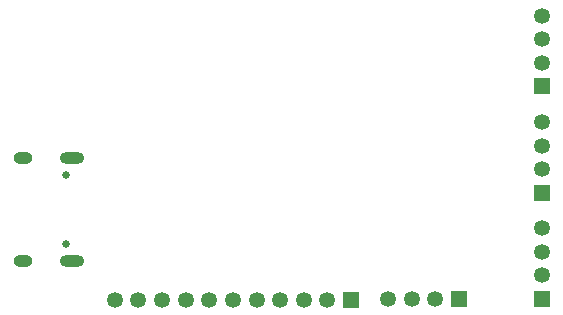
<source format=gbr>
%TF.GenerationSoftware,KiCad,Pcbnew,9.0.1*%
%TF.CreationDate,2025-07-10T19:48:23+10:00*%
%TF.ProjectId,esp-32-s3-wroom-1,6573702d-3332-42d7-9333-2d77726f6f6d,rev?*%
%TF.SameCoordinates,Original*%
%TF.FileFunction,Soldermask,Bot*%
%TF.FilePolarity,Negative*%
%FSLAX46Y46*%
G04 Gerber Fmt 4.6, Leading zero omitted, Abs format (unit mm)*
G04 Created by KiCad (PCBNEW 9.0.1) date 2025-07-10 19:48:23*
%MOMM*%
%LPD*%
G01*
G04 APERTURE LIST*
%ADD10O,1.600000X1.000000*%
%ADD11O,2.100000X1.000000*%
%ADD12C,0.650000*%
%ADD13R,1.350000X1.350000*%
%ADD14C,1.350000*%
G04 APERTURE END LIST*
D10*
%TO.C,J1*%
X106082857Y-94236371D03*
D11*
X110262857Y-94236371D03*
D10*
X106082857Y-85596371D03*
D11*
X110262857Y-85596371D03*
D12*
X109732857Y-92806371D03*
X109732857Y-87026371D03*
%TD*%
D13*
%TO.C,J2*%
X143000000Y-97500000D03*
D14*
X141000000Y-97500000D03*
X139000000Y-97500000D03*
X137000000Y-97500000D03*
%TD*%
D13*
%TO.C,J7*%
X133870000Y-97540000D03*
D14*
X131870000Y-97540000D03*
X129870000Y-97540000D03*
X127870000Y-97540000D03*
X125870000Y-97540000D03*
X123870000Y-97540000D03*
X121870000Y-97540000D03*
X119870000Y-97540000D03*
X117870000Y-97540000D03*
X115870000Y-97540000D03*
X113870000Y-97540000D03*
%TD*%
D13*
%TO.C,J3*%
X150000000Y-97500000D03*
D14*
X150000000Y-95500000D03*
X150000000Y-93500000D03*
X150000000Y-91500000D03*
%TD*%
D13*
%TO.C,J4*%
X150000000Y-88500000D03*
D14*
X150000000Y-86500000D03*
X150000000Y-84500000D03*
X150000000Y-82500000D03*
%TD*%
D13*
%TO.C,J5*%
X150000000Y-79500000D03*
D14*
X150000000Y-77500000D03*
X150000000Y-75500000D03*
X150000000Y-73500000D03*
%TD*%
M02*

</source>
